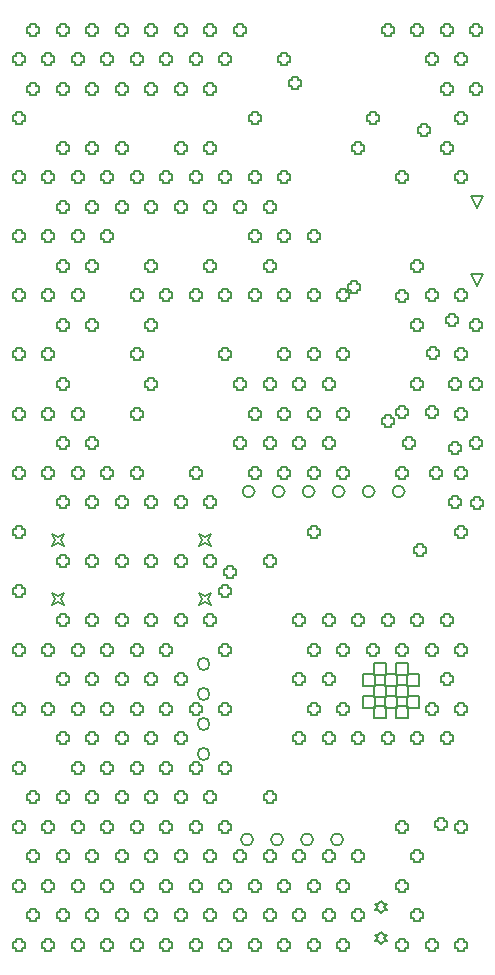
<source format=gbr>
%TF.GenerationSoftware,Altium Limited,Altium Designer,25.7.1 (20)*%
G04 Layer_Color=2752767*
%FSLAX45Y45*%
%MOMM*%
%TF.SameCoordinates,81D67EAA-D314-4BFC-ACE0-956B7E053A61*%
%TF.FilePolarity,Positive*%
%TF.FileFunction,Drawing*%
%TF.Part,Single*%
G01*
G75*
%TA.AperFunction,NonConductor*%
%ADD48C,0.12700*%
%ADD96C,0.16933*%
D48*
X14030800Y7628700D02*
X14056200Y7679500D01*
X14030800Y7730300D01*
X14081599Y7704900D01*
X14132401Y7730300D01*
X14107001Y7679500D01*
X14132401Y7628700D01*
X14081599Y7654100D01*
X14030800Y7628700D01*
X15280800D02*
X15306200Y7679500D01*
X15280800Y7730300D01*
X15331599Y7704900D01*
X15382401Y7730300D01*
X15357001Y7679500D01*
X15382401Y7628700D01*
X15331599Y7654100D01*
X15280800Y7628700D01*
Y7128701D02*
X15306200Y7179501D01*
X15280800Y7230301D01*
X15331599Y7204901D01*
X15382401Y7230301D01*
X15357001Y7179501D01*
X15382401Y7128701D01*
X15331599Y7154101D01*
X15280800Y7128701D01*
X14030800D02*
X14056200Y7179501D01*
X14030800Y7230301D01*
X14081599Y7204901D01*
X14132401Y7230301D01*
X14107001Y7179501D01*
X14132401Y7128701D01*
X14081599Y7154101D01*
X14030800Y7128701D01*
X16820341Y4521200D02*
X16845741Y4546600D01*
X16871143D01*
X16845741Y4572000D01*
X16871143Y4597400D01*
X16845741D01*
X16820341Y4622800D01*
X16794942Y4597400D01*
X16769542D01*
X16794942Y4572000D01*
X16769542Y4546600D01*
X16794942D01*
X16820341Y4521200D01*
Y4254500D02*
X16845741Y4279900D01*
X16871143D01*
X16845741Y4305300D01*
X16871143Y4330700D01*
X16845741D01*
X16820341Y4356100D01*
X16794942Y4330700D01*
X16769542D01*
X16794942Y4305300D01*
X16769542Y4279900D01*
X16794942D01*
X16820341Y4254500D01*
X17627600Y9829998D02*
X17576801Y9931598D01*
X17678400D01*
X17627600Y9829998D01*
Y10490002D02*
X17576801Y10591602D01*
X17678400D01*
X17627600Y10490002D01*
X16668700Y6444249D02*
Y6545849D01*
X16770299D01*
Y6444249D01*
X16668700D01*
Y6260749D02*
Y6362349D01*
X16770299D01*
Y6260749D01*
X16668700D01*
X16760449Y6535999D02*
Y6637599D01*
X16862048D01*
Y6535999D01*
X16760449D01*
Y6352499D02*
Y6454099D01*
X16862048D01*
Y6352499D01*
X16760449D01*
Y6169000D02*
Y6270600D01*
X16862048D01*
Y6169000D01*
X16760449D01*
X16852199Y6444249D02*
Y6545849D01*
X16953799D01*
Y6444249D01*
X16852199D01*
Y6260749D02*
Y6362349D01*
X16953799D01*
Y6260749D01*
X16852199D01*
X16943948Y6535999D02*
Y6637599D01*
X17045549D01*
Y6535999D01*
X16943948D01*
Y6352499D02*
Y6454099D01*
X17045549D01*
Y6352499D01*
X16943948D01*
Y6169000D02*
Y6270600D01*
X17045549D01*
Y6169000D01*
X16943948D01*
X17035699Y6444249D02*
Y6545849D01*
X17137299D01*
Y6444249D01*
X17035699D01*
Y6260749D02*
Y6362349D01*
X17137299D01*
Y6260749D01*
X17035699D01*
X17258099Y8224600D02*
Y8199200D01*
X17308900D01*
Y8224600D01*
X17334300D01*
Y8275400D01*
X17308900D01*
Y8300800D01*
X17258099D01*
Y8275400D01*
X17232700D01*
Y8224600D01*
X17258099D01*
X17119600Y7569200D02*
Y7543800D01*
X17170399D01*
Y7569200D01*
X17195799D01*
Y7620000D01*
X17170399D01*
Y7645400D01*
X17119600D01*
Y7620000D01*
X17094200D01*
Y7569200D01*
X17119600D01*
X16560800Y9791700D02*
Y9766300D01*
X16611600D01*
Y9791700D01*
X16637000D01*
Y9842500D01*
X16611600D01*
Y9867900D01*
X16560800D01*
Y9842500D01*
X16535400D01*
Y9791700D01*
X16560800D01*
X16974602Y9716700D02*
Y9691300D01*
X17025401D01*
Y9716700D01*
X17050801D01*
Y9767500D01*
X17025401D01*
Y9792900D01*
X16974602D01*
Y9767500D01*
X16949200D01*
Y9716700D01*
X16974602D01*
X17395383Y9520383D02*
Y9494983D01*
X17446182D01*
Y9520383D01*
X17471584D01*
Y9571183D01*
X17446182D01*
Y9596583D01*
X17395383D01*
Y9571183D01*
X17369983D01*
Y9520383D01*
X17395383D01*
X17099602Y9474600D02*
Y9449200D01*
X17150401D01*
Y9474600D01*
X17175801D01*
Y9525400D01*
X17150401D01*
Y9550800D01*
X17099602D01*
Y9525400D01*
X17074200D01*
Y9474600D01*
X17099602D01*
X17235632Y9235633D02*
Y9210233D01*
X17286433D01*
Y9235633D01*
X17311833D01*
Y9286433D01*
X17286433D01*
Y9311833D01*
X17235632D01*
Y9286433D01*
X17210233D01*
Y9235633D01*
X17235632D01*
X17423199Y7974600D02*
Y7949200D01*
X17474001D01*
Y7974600D01*
X17499400D01*
Y8025400D01*
X17474001D01*
Y8050800D01*
X17423199D01*
Y8025400D01*
X17397800D01*
Y7974600D01*
X17423199D01*
Y8431716D02*
Y8406316D01*
X17474001D01*
Y8431716D01*
X17499400D01*
Y8482516D01*
X17474001D01*
Y8507916D01*
X17423199D01*
Y8482516D01*
X17397800D01*
Y8431716D01*
X17423199D01*
Y8974600D02*
Y8949200D01*
X17474001D01*
Y8974600D01*
X17499400D01*
Y9025400D01*
X17474001D01*
Y9050800D01*
X17423199D01*
Y9025400D01*
X17397800D01*
Y8974600D01*
X17423199D01*
X17474602Y7724600D02*
Y7699200D01*
X17525401D01*
Y7724600D01*
X17550801D01*
Y7775400D01*
X17525401D01*
Y7800800D01*
X17474602D01*
Y7775400D01*
X17449200D01*
Y7724600D01*
X17474602D01*
Y8224600D02*
Y8199200D01*
X17525401D01*
Y8224600D01*
X17550801D01*
Y8275400D01*
X17525401D01*
Y8300800D01*
X17474602D01*
Y8275400D01*
X17449200D01*
Y8224600D01*
X17474602D01*
Y8724600D02*
Y8699200D01*
X17525401D01*
Y8724600D01*
X17550801D01*
Y8775400D01*
X17525401D01*
Y8800800D01*
X17474602D01*
Y8775400D01*
X17449200D01*
Y8724600D01*
X17474602D01*
X17224602Y8736400D02*
Y8711000D01*
X17275401D01*
Y8736400D01*
X17300801D01*
Y8787200D01*
X17275401D01*
Y8812600D01*
X17224602D01*
Y8787200D01*
X17199200D01*
Y8736400D01*
X17224602D01*
X17099602Y8974600D02*
Y8949200D01*
X17150401D01*
Y8974600D01*
X17175801D01*
Y9025400D01*
X17150401D01*
Y9050800D01*
X17099602D01*
Y9025400D01*
X17074200D01*
Y8974600D01*
X17099602D01*
X17031870Y8474600D02*
Y8449200D01*
X17082671D01*
Y8474600D01*
X17108070D01*
Y8525400D01*
X17082671D01*
Y8550800D01*
X17031870D01*
Y8525400D01*
X17006470D01*
Y8474600D01*
X17031870D01*
X16974602Y8224600D02*
Y8199200D01*
X17025401D01*
Y8224600D01*
X17050801D01*
Y8275400D01*
X17025401D01*
Y8300800D01*
X16974602D01*
Y8275400D01*
X16949200D01*
Y8224600D01*
X16974602D01*
Y8736400D02*
Y8711000D01*
X17025401D01*
Y8736400D01*
X17050801D01*
Y8787200D01*
X17025401D01*
Y8812600D01*
X16974602D01*
Y8787200D01*
X16949200D01*
Y8736400D01*
X16974602D01*
X16852901Y8661400D02*
Y8636000D01*
X16903700D01*
Y8661400D01*
X16929100D01*
Y8712200D01*
X16903700D01*
Y8737600D01*
X16852901D01*
Y8712200D01*
X16827499D01*
Y8661400D01*
X16852901D01*
X17603123Y7971077D02*
Y7945677D01*
X17653923D01*
Y7971077D01*
X17679323D01*
Y8021877D01*
X17653923D01*
Y8047277D01*
X17603123D01*
Y8021877D01*
X17577724D01*
Y7971077D01*
X17603123D01*
X17599602Y8474600D02*
Y8449200D01*
X17650401D01*
Y8474600D01*
X17675801D01*
Y8525400D01*
X17650401D01*
Y8550800D01*
X17599602D01*
Y8525400D01*
X17574200D01*
Y8474600D01*
X17599602D01*
Y11974600D02*
Y11949200D01*
X17650401D01*
Y11974600D01*
X17675801D01*
Y12025400D01*
X17650401D01*
Y12050800D01*
X17599602D01*
Y12025400D01*
X17574200D01*
Y11974600D01*
X17599602D01*
X17474602Y11724600D02*
Y11699200D01*
X17525401D01*
Y11724600D01*
X17550801D01*
Y11775400D01*
X17525401D01*
Y11800800D01*
X17474602D01*
Y11775400D01*
X17449200D01*
Y11724600D01*
X17474602D01*
X17599602Y11474600D02*
Y11449200D01*
X17650401D01*
Y11474600D01*
X17675801D01*
Y11525400D01*
X17650401D01*
Y11550800D01*
X17599602D01*
Y11525400D01*
X17574200D01*
Y11474600D01*
X17599602D01*
X17474602Y11224600D02*
Y11199200D01*
X17525401D01*
Y11224600D01*
X17550801D01*
Y11275400D01*
X17525401D01*
Y11300800D01*
X17474602D01*
Y11275400D01*
X17449200D01*
Y11224600D01*
X17474602D01*
Y10724600D02*
Y10699200D01*
X17525401D01*
Y10724600D01*
X17550801D01*
Y10775400D01*
X17525401D01*
Y10800800D01*
X17474602D01*
Y10775400D01*
X17449200D01*
Y10724600D01*
X17474602D01*
Y9724600D02*
Y9699200D01*
X17525401D01*
Y9724600D01*
X17550801D01*
Y9775400D01*
X17525401D01*
Y9800800D01*
X17474602D01*
Y9775400D01*
X17449200D01*
Y9724600D01*
X17474602D01*
X17599602Y9474600D02*
Y9449200D01*
X17650401D01*
Y9474600D01*
X17675801D01*
Y9525400D01*
X17650401D01*
Y9550800D01*
X17599602D01*
Y9525400D01*
X17574200D01*
Y9474600D01*
X17599602D01*
X17474602Y9224600D02*
Y9199200D01*
X17525401D01*
Y9224600D01*
X17550801D01*
Y9275400D01*
X17525401D01*
Y9300800D01*
X17474602D01*
Y9275400D01*
X17449200D01*
Y9224600D01*
X17474602D01*
X17599602Y8974600D02*
Y8949200D01*
X17650401D01*
Y8974600D01*
X17675801D01*
Y9025400D01*
X17650401D01*
Y9050800D01*
X17599602D01*
Y9025400D01*
X17574200D01*
Y8974600D01*
X17599602D01*
X17474602Y6724600D02*
Y6699200D01*
X17525401D01*
Y6724600D01*
X17550801D01*
Y6775400D01*
X17525401D01*
Y6800800D01*
X17474602D01*
Y6775400D01*
X17449200D01*
Y6724600D01*
X17474602D01*
Y6224600D02*
Y6199200D01*
X17525401D01*
Y6224600D01*
X17550801D01*
Y6275400D01*
X17525401D01*
Y6300800D01*
X17474602D01*
Y6275400D01*
X17449200D01*
Y6224600D01*
X17474602D01*
Y5224600D02*
Y5199200D01*
X17525401D01*
Y5224600D01*
X17550801D01*
Y5275400D01*
X17525401D01*
Y5300800D01*
X17474602D01*
Y5275400D01*
X17449200D01*
Y5224600D01*
X17474602D01*
Y4224600D02*
Y4199200D01*
X17525401D01*
Y4224600D01*
X17550801D01*
Y4275400D01*
X17525401D01*
Y4300800D01*
X17474602D01*
Y4275400D01*
X17449200D01*
Y4224600D01*
X17474602D01*
X17349602Y11974600D02*
Y11949200D01*
X17400401D01*
Y11974600D01*
X17425801D01*
Y12025400D01*
X17400401D01*
Y12050800D01*
X17349602D01*
Y12025400D01*
X17324200D01*
Y11974600D01*
X17349602D01*
X17224602Y11724600D02*
Y11699200D01*
X17275401D01*
Y11724600D01*
X17300801D01*
Y11775400D01*
X17275401D01*
Y11800800D01*
X17224602D01*
Y11775400D01*
X17199200D01*
Y11724600D01*
X17224602D01*
X17349602Y11474600D02*
Y11449200D01*
X17400401D01*
Y11474600D01*
X17425801D01*
Y11525400D01*
X17400401D01*
Y11550800D01*
X17349602D01*
Y11525400D01*
X17324200D01*
Y11474600D01*
X17349602D01*
Y10974600D02*
Y10949200D01*
X17400401D01*
Y10974600D01*
X17425801D01*
Y11025400D01*
X17400401D01*
Y11050800D01*
X17349602D01*
Y11025400D01*
X17324200D01*
Y10974600D01*
X17349602D01*
X17224602Y9724600D02*
Y9699200D01*
X17275401D01*
Y9724600D01*
X17300801D01*
Y9775400D01*
X17275401D01*
Y9800800D01*
X17224602D01*
Y9775400D01*
X17199200D01*
Y9724600D01*
X17224602D01*
X17349602Y6974600D02*
Y6949200D01*
X17400401D01*
Y6974600D01*
X17425801D01*
Y7025400D01*
X17400401D01*
Y7050800D01*
X17349602D01*
Y7025400D01*
X17324200D01*
Y6974600D01*
X17349602D01*
X17224602Y6724600D02*
Y6699200D01*
X17275401D01*
Y6724600D01*
X17300801D01*
Y6775400D01*
X17275401D01*
Y6800800D01*
X17224602D01*
Y6775400D01*
X17199200D01*
Y6724600D01*
X17224602D01*
X17349602Y6474600D02*
Y6449200D01*
X17400401D01*
Y6474600D01*
X17425801D01*
Y6525400D01*
X17400401D01*
Y6550800D01*
X17349602D01*
Y6525400D01*
X17324200D01*
Y6474600D01*
X17349602D01*
X17224602Y6224600D02*
Y6199200D01*
X17275401D01*
Y6224600D01*
X17300801D01*
Y6275400D01*
X17275401D01*
Y6300800D01*
X17224602D01*
Y6275400D01*
X17199200D01*
Y6224600D01*
X17224602D01*
X17349602Y5974600D02*
Y5949200D01*
X17400401D01*
Y5974600D01*
X17425801D01*
Y6025400D01*
X17400401D01*
Y6050800D01*
X17349602D01*
Y6025400D01*
X17324200D01*
Y5974600D01*
X17349602D01*
X17224602Y4224600D02*
Y4199200D01*
X17275401D01*
Y4224600D01*
X17300801D01*
Y4275400D01*
X17275401D01*
Y4300800D01*
X17224602D01*
Y4275400D01*
X17199200D01*
Y4224600D01*
X17224602D01*
X17099602Y11974600D02*
Y11949200D01*
X17150401D01*
Y11974600D01*
X17175801D01*
Y12025400D01*
X17150401D01*
Y12050800D01*
X17099602D01*
Y12025400D01*
X17074200D01*
Y11974600D01*
X17099602D01*
X16974602Y10724600D02*
Y10699200D01*
X17025401D01*
Y10724600D01*
X17050801D01*
Y10775400D01*
X17025401D01*
Y10800800D01*
X16974602D01*
Y10775400D01*
X16949200D01*
Y10724600D01*
X16974602D01*
X17099602Y9974600D02*
Y9949200D01*
X17150401D01*
Y9974600D01*
X17175801D01*
Y10025400D01*
X17150401D01*
Y10050800D01*
X17099602D01*
Y10025400D01*
X17074200D01*
Y9974600D01*
X17099602D01*
Y6974600D02*
Y6949200D01*
X17150401D01*
Y6974600D01*
X17175801D01*
Y7025400D01*
X17150401D01*
Y7050800D01*
X17099602D01*
Y7025400D01*
X17074200D01*
Y6974600D01*
X17099602D01*
X16974602Y6724600D02*
Y6699200D01*
X17025401D01*
Y6724600D01*
X17050801D01*
Y6775400D01*
X17025401D01*
Y6800800D01*
X16974602D01*
Y6775400D01*
X16949200D01*
Y6724600D01*
X16974602D01*
X17099602Y5974600D02*
Y5949200D01*
X17150401D01*
Y5974600D01*
X17175801D01*
Y6025400D01*
X17150401D01*
Y6050800D01*
X17099602D01*
Y6025400D01*
X17074200D01*
Y5974600D01*
X17099602D01*
X16974602Y5224600D02*
Y5199200D01*
X17025401D01*
Y5224600D01*
X17050801D01*
Y5275400D01*
X17025401D01*
Y5300800D01*
X16974602D01*
Y5275400D01*
X16949200D01*
Y5224600D01*
X16974602D01*
X17099602Y4974600D02*
Y4949200D01*
X17150401D01*
Y4974600D01*
X17175801D01*
Y5025400D01*
X17150401D01*
Y5050800D01*
X17099602D01*
Y5025400D01*
X17074200D01*
Y4974600D01*
X17099602D01*
X16974602Y4724600D02*
Y4699200D01*
X17025401D01*
Y4724600D01*
X17050801D01*
Y4775400D01*
X17025401D01*
Y4800800D01*
X16974602D01*
Y4775400D01*
X16949200D01*
Y4724600D01*
X16974602D01*
X17099602Y4474600D02*
Y4449200D01*
X17150401D01*
Y4474600D01*
X17175801D01*
Y4525400D01*
X17150401D01*
Y4550800D01*
X17099602D01*
Y4525400D01*
X17074200D01*
Y4474600D01*
X17099602D01*
X16974602Y4224600D02*
Y4199200D01*
X17025401D01*
Y4224600D01*
X17050801D01*
Y4275400D01*
X17025401D01*
Y4300800D01*
X16974602D01*
Y4275400D01*
X16949200D01*
Y4224600D01*
X16974602D01*
X16849602Y11974600D02*
Y11949200D01*
X16900401D01*
Y11974600D01*
X16925801D01*
Y12025400D01*
X16900401D01*
Y12050800D01*
X16849602D01*
Y12025400D01*
X16824200D01*
Y11974600D01*
X16849602D01*
X16724602Y11224600D02*
Y11199200D01*
X16775401D01*
Y11224600D01*
X16800801D01*
Y11275400D01*
X16775401D01*
Y11300800D01*
X16724602D01*
Y11275400D01*
X16699200D01*
Y11224600D01*
X16724602D01*
X16849602Y6974600D02*
Y6949200D01*
X16900401D01*
Y6974600D01*
X16925801D01*
Y7025400D01*
X16900401D01*
Y7050800D01*
X16849602D01*
Y7025400D01*
X16824200D01*
Y6974600D01*
X16849602D01*
X16724602Y6724600D02*
Y6699200D01*
X16775401D01*
Y6724600D01*
X16800801D01*
Y6775400D01*
X16775401D01*
Y6800800D01*
X16724602D01*
Y6775400D01*
X16699200D01*
Y6724600D01*
X16724602D01*
X16849602Y5974600D02*
Y5949200D01*
X16900401D01*
Y5974600D01*
X16925801D01*
Y6025400D01*
X16900401D01*
Y6050800D01*
X16849602D01*
Y6025400D01*
X16824200D01*
Y5974600D01*
X16849602D01*
X16599602Y10974600D02*
Y10949200D01*
X16650401D01*
Y10974600D01*
X16675801D01*
Y11025400D01*
X16650401D01*
Y11050800D01*
X16599602D01*
Y11025400D01*
X16574200D01*
Y10974600D01*
X16599602D01*
X16474602Y9724600D02*
Y9699200D01*
X16525401D01*
Y9724600D01*
X16550801D01*
Y9775400D01*
X16525401D01*
Y9800800D01*
X16474602D01*
Y9775400D01*
X16449200D01*
Y9724600D01*
X16474602D01*
Y9224600D02*
Y9199200D01*
X16525401D01*
Y9224600D01*
X16550801D01*
Y9275400D01*
X16525401D01*
Y9300800D01*
X16474602D01*
Y9275400D01*
X16449200D01*
Y9224600D01*
X16474602D01*
Y8724600D02*
Y8699200D01*
X16525401D01*
Y8724600D01*
X16550801D01*
Y8775400D01*
X16525401D01*
Y8800800D01*
X16474602D01*
Y8775400D01*
X16449200D01*
Y8724600D01*
X16474602D01*
Y8224600D02*
Y8199200D01*
X16525401D01*
Y8224600D01*
X16550801D01*
Y8275400D01*
X16525401D01*
Y8300800D01*
X16474602D01*
Y8275400D01*
X16449200D01*
Y8224600D01*
X16474602D01*
X16599602Y6974600D02*
Y6949200D01*
X16650401D01*
Y6974600D01*
X16675801D01*
Y7025400D01*
X16650401D01*
Y7050800D01*
X16599602D01*
Y7025400D01*
X16574200D01*
Y6974600D01*
X16599602D01*
X16474602Y6724600D02*
Y6699200D01*
X16525401D01*
Y6724600D01*
X16550801D01*
Y6775400D01*
X16525401D01*
Y6800800D01*
X16474602D01*
Y6775400D01*
X16449200D01*
Y6724600D01*
X16474602D01*
Y6224600D02*
Y6199200D01*
X16525401D01*
Y6224600D01*
X16550801D01*
Y6275400D01*
X16525401D01*
Y6300800D01*
X16474602D01*
Y6275400D01*
X16449200D01*
Y6224600D01*
X16474602D01*
X16599602Y5974600D02*
Y5949200D01*
X16650401D01*
Y5974600D01*
X16675801D01*
Y6025400D01*
X16650401D01*
Y6050800D01*
X16599602D01*
Y6025400D01*
X16574200D01*
Y5974600D01*
X16599602D01*
Y4974600D02*
Y4949200D01*
X16650401D01*
Y4974600D01*
X16675801D01*
Y5025400D01*
X16650401D01*
Y5050800D01*
X16599602D01*
Y5025400D01*
X16574200D01*
Y4974600D01*
X16599602D01*
X16474602Y4724600D02*
Y4699200D01*
X16525401D01*
Y4724600D01*
X16550801D01*
Y4775400D01*
X16525401D01*
Y4800800D01*
X16474602D01*
Y4775400D01*
X16449200D01*
Y4724600D01*
X16474602D01*
X16599602Y4474600D02*
Y4449200D01*
X16650401D01*
Y4474600D01*
X16675801D01*
Y4525400D01*
X16650401D01*
Y4550800D01*
X16599602D01*
Y4525400D01*
X16574200D01*
Y4474600D01*
X16599602D01*
X16474602Y4224600D02*
Y4199200D01*
X16525401D01*
Y4224600D01*
X16550801D01*
Y4275400D01*
X16525401D01*
Y4300800D01*
X16474602D01*
Y4275400D01*
X16449200D01*
Y4224600D01*
X16474602D01*
X16224602Y10224600D02*
Y10199200D01*
X16275401D01*
Y10224600D01*
X16300801D01*
Y10275400D01*
X16275401D01*
Y10300800D01*
X16224602D01*
Y10275400D01*
X16199200D01*
Y10224600D01*
X16224602D01*
Y9724600D02*
Y9699200D01*
X16275401D01*
Y9724600D01*
X16300801D01*
Y9775400D01*
X16275401D01*
Y9800800D01*
X16224602D01*
Y9775400D01*
X16199200D01*
Y9724600D01*
X16224602D01*
Y9224600D02*
Y9199200D01*
X16275401D01*
Y9224600D01*
X16300801D01*
Y9275400D01*
X16275401D01*
Y9300800D01*
X16224602D01*
Y9275400D01*
X16199200D01*
Y9224600D01*
X16224602D01*
X16349602Y8974600D02*
Y8949200D01*
X16400401D01*
Y8974600D01*
X16425801D01*
Y9025400D01*
X16400401D01*
Y9050800D01*
X16349602D01*
Y9025400D01*
X16324200D01*
Y8974600D01*
X16349602D01*
X16224602Y8724600D02*
Y8699200D01*
X16275401D01*
Y8724600D01*
X16300801D01*
Y8775400D01*
X16275401D01*
Y8800800D01*
X16224602D01*
Y8775400D01*
X16199200D01*
Y8724600D01*
X16224602D01*
X16349602Y8474600D02*
Y8449200D01*
X16400401D01*
Y8474600D01*
X16425801D01*
Y8525400D01*
X16400401D01*
Y8550800D01*
X16349602D01*
Y8525400D01*
X16324200D01*
Y8474600D01*
X16349602D01*
X16224602Y8224600D02*
Y8199200D01*
X16275401D01*
Y8224600D01*
X16300801D01*
Y8275400D01*
X16275401D01*
Y8300800D01*
X16224602D01*
Y8275400D01*
X16199200D01*
Y8224600D01*
X16224602D01*
Y7724600D02*
Y7699200D01*
X16275401D01*
Y7724600D01*
X16300801D01*
Y7775400D01*
X16275401D01*
Y7800800D01*
X16224602D01*
Y7775400D01*
X16199200D01*
Y7724600D01*
X16224602D01*
X16349602Y6974600D02*
Y6949200D01*
X16400401D01*
Y6974600D01*
X16425801D01*
Y7025400D01*
X16400401D01*
Y7050800D01*
X16349602D01*
Y7025400D01*
X16324200D01*
Y6974600D01*
X16349602D01*
X16224602Y6724600D02*
Y6699200D01*
X16275401D01*
Y6724600D01*
X16300801D01*
Y6775400D01*
X16275401D01*
Y6800800D01*
X16224602D01*
Y6775400D01*
X16199200D01*
Y6724600D01*
X16224602D01*
X16349602Y6474600D02*
Y6449200D01*
X16400401D01*
Y6474600D01*
X16425801D01*
Y6525400D01*
X16400401D01*
Y6550800D01*
X16349602D01*
Y6525400D01*
X16324200D01*
Y6474600D01*
X16349602D01*
X16224602Y6224600D02*
Y6199200D01*
X16275401D01*
Y6224600D01*
X16300801D01*
Y6275400D01*
X16275401D01*
Y6300800D01*
X16224602D01*
Y6275400D01*
X16199200D01*
Y6224600D01*
X16224602D01*
X16349602Y5974600D02*
Y5949200D01*
X16400401D01*
Y5974600D01*
X16425801D01*
Y6025400D01*
X16400401D01*
Y6050800D01*
X16349602D01*
Y6025400D01*
X16324200D01*
Y5974600D01*
X16349602D01*
Y4974600D02*
Y4949200D01*
X16400401D01*
Y4974600D01*
X16425801D01*
Y5025400D01*
X16400401D01*
Y5050800D01*
X16349602D01*
Y5025400D01*
X16324200D01*
Y4974600D01*
X16349602D01*
X16224602Y4724600D02*
Y4699200D01*
X16275401D01*
Y4724600D01*
X16300801D01*
Y4775400D01*
X16275401D01*
Y4800800D01*
X16224602D01*
Y4775400D01*
X16199200D01*
Y4724600D01*
X16224602D01*
X16349602Y4474600D02*
Y4449200D01*
X16400401D01*
Y4474600D01*
X16425801D01*
Y4525400D01*
X16400401D01*
Y4550800D01*
X16349602D01*
Y4525400D01*
X16324200D01*
Y4474600D01*
X16349602D01*
X16224602Y4224600D02*
Y4199200D01*
X16275401D01*
Y4224600D01*
X16300801D01*
Y4275400D01*
X16275401D01*
Y4300800D01*
X16224602D01*
Y4275400D01*
X16199200D01*
Y4224600D01*
X16224602D01*
X15974602Y11724600D02*
Y11699200D01*
X16025401D01*
Y11724600D01*
X16050801D01*
Y11775400D01*
X16025401D01*
Y11800800D01*
X15974602D01*
Y11775400D01*
X15949200D01*
Y11724600D01*
X15974602D01*
Y10724600D02*
Y10699200D01*
X16025401D01*
Y10724600D01*
X16050801D01*
Y10775400D01*
X16025401D01*
Y10800800D01*
X15974602D01*
Y10775400D01*
X15949200D01*
Y10724600D01*
X15974602D01*
Y10224600D02*
Y10199200D01*
X16025401D01*
Y10224600D01*
X16050801D01*
Y10275400D01*
X16025401D01*
Y10300800D01*
X15974602D01*
Y10275400D01*
X15949200D01*
Y10224600D01*
X15974602D01*
Y9724600D02*
Y9699200D01*
X16025401D01*
Y9724600D01*
X16050801D01*
Y9775400D01*
X16025401D01*
Y9800800D01*
X15974602D01*
Y9775400D01*
X15949200D01*
Y9724600D01*
X15974602D01*
Y9224600D02*
Y9199200D01*
X16025401D01*
Y9224600D01*
X16050801D01*
Y9275400D01*
X16025401D01*
Y9300800D01*
X15974602D01*
Y9275400D01*
X15949200D01*
Y9224600D01*
X15974602D01*
X16099602Y8974600D02*
Y8949200D01*
X16150401D01*
Y8974600D01*
X16175801D01*
Y9025400D01*
X16150401D01*
Y9050800D01*
X16099602D01*
Y9025400D01*
X16074200D01*
Y8974600D01*
X16099602D01*
X15974602Y8724600D02*
Y8699200D01*
X16025401D01*
Y8724600D01*
X16050801D01*
Y8775400D01*
X16025401D01*
Y8800800D01*
X15974602D01*
Y8775400D01*
X15949200D01*
Y8724600D01*
X15974602D01*
X16099602Y8474600D02*
Y8449200D01*
X16150401D01*
Y8474600D01*
X16175801D01*
Y8525400D01*
X16150401D01*
Y8550800D01*
X16099602D01*
Y8525400D01*
X16074200D01*
Y8474600D01*
X16099602D01*
X15974602Y8224600D02*
Y8199200D01*
X16025401D01*
Y8224600D01*
X16050801D01*
Y8275400D01*
X16025401D01*
Y8300800D01*
X15974602D01*
Y8275400D01*
X15949200D01*
Y8224600D01*
X15974602D01*
X16099602Y6974600D02*
Y6949200D01*
X16150401D01*
Y6974600D01*
X16175801D01*
Y7025400D01*
X16150401D01*
Y7050800D01*
X16099602D01*
Y7025400D01*
X16074200D01*
Y6974600D01*
X16099602D01*
Y6474600D02*
Y6449200D01*
X16150401D01*
Y6474600D01*
X16175801D01*
Y6525400D01*
X16150401D01*
Y6550800D01*
X16099602D01*
Y6525400D01*
X16074200D01*
Y6474600D01*
X16099602D01*
Y5974600D02*
Y5949200D01*
X16150401D01*
Y5974600D01*
X16175801D01*
Y6025400D01*
X16150401D01*
Y6050800D01*
X16099602D01*
Y6025400D01*
X16074200D01*
Y5974600D01*
X16099602D01*
Y4974600D02*
Y4949200D01*
X16150401D01*
Y4974600D01*
X16175801D01*
Y5025400D01*
X16150401D01*
Y5050800D01*
X16099602D01*
Y5025400D01*
X16074200D01*
Y4974600D01*
X16099602D01*
X15974602Y4724600D02*
Y4699200D01*
X16025401D01*
Y4724600D01*
X16050801D01*
Y4775400D01*
X16025401D01*
Y4800800D01*
X15974602D01*
Y4775400D01*
X15949200D01*
Y4724600D01*
X15974602D01*
X16099602Y4474600D02*
Y4449200D01*
X16150401D01*
Y4474600D01*
X16175801D01*
Y4525400D01*
X16150401D01*
Y4550800D01*
X16099602D01*
Y4525400D01*
X16074200D01*
Y4474600D01*
X16099602D01*
X15974602Y4224600D02*
Y4199200D01*
X16025401D01*
Y4224600D01*
X16050801D01*
Y4275400D01*
X16025401D01*
Y4300800D01*
X15974602D01*
Y4275400D01*
X15949200D01*
Y4224600D01*
X15974602D01*
X15724602Y11224600D02*
Y11199200D01*
X15775401D01*
Y11224600D01*
X15800801D01*
Y11275400D01*
X15775401D01*
Y11300800D01*
X15724602D01*
Y11275400D01*
X15699200D01*
Y11224600D01*
X15724602D01*
Y10724600D02*
Y10699200D01*
X15775401D01*
Y10724600D01*
X15800801D01*
Y10775400D01*
X15775401D01*
Y10800800D01*
X15724602D01*
Y10775400D01*
X15699200D01*
Y10724600D01*
X15724602D01*
X15849602Y10474600D02*
Y10449200D01*
X15900401D01*
Y10474600D01*
X15925801D01*
Y10525400D01*
X15900401D01*
Y10550800D01*
X15849602D01*
Y10525400D01*
X15824200D01*
Y10474600D01*
X15849602D01*
X15724602Y10224600D02*
Y10199200D01*
X15775401D01*
Y10224600D01*
X15800801D01*
Y10275400D01*
X15775401D01*
Y10300800D01*
X15724602D01*
Y10275400D01*
X15699200D01*
Y10224600D01*
X15724602D01*
X15849602Y9974600D02*
Y9949200D01*
X15900401D01*
Y9974600D01*
X15925801D01*
Y10025400D01*
X15900401D01*
Y10050800D01*
X15849602D01*
Y10025400D01*
X15824200D01*
Y9974600D01*
X15849602D01*
X15724602Y9724600D02*
Y9699200D01*
X15775401D01*
Y9724600D01*
X15800801D01*
Y9775400D01*
X15775401D01*
Y9800800D01*
X15724602D01*
Y9775400D01*
X15699200D01*
Y9724600D01*
X15724602D01*
X15849602Y8974600D02*
Y8949200D01*
X15900401D01*
Y8974600D01*
X15925801D01*
Y9025400D01*
X15900401D01*
Y9050800D01*
X15849602D01*
Y9025400D01*
X15824200D01*
Y8974600D01*
X15849602D01*
X15724602Y8724600D02*
Y8699200D01*
X15775401D01*
Y8724600D01*
X15800801D01*
Y8775400D01*
X15775401D01*
Y8800800D01*
X15724602D01*
Y8775400D01*
X15699200D01*
Y8724600D01*
X15724602D01*
X15849602Y8474600D02*
Y8449200D01*
X15900401D01*
Y8474600D01*
X15925801D01*
Y8525400D01*
X15900401D01*
Y8550800D01*
X15849602D01*
Y8525400D01*
X15824200D01*
Y8474600D01*
X15849602D01*
X15724602Y8224600D02*
Y8199200D01*
X15775401D01*
Y8224600D01*
X15800801D01*
Y8275400D01*
X15775401D01*
Y8300800D01*
X15724602D01*
Y8275400D01*
X15699200D01*
Y8224600D01*
X15724602D01*
X15849602Y7474600D02*
Y7449200D01*
X15900401D01*
Y7474600D01*
X15925801D01*
Y7525400D01*
X15900401D01*
Y7550800D01*
X15849602D01*
Y7525400D01*
X15824200D01*
Y7474600D01*
X15849602D01*
Y5474600D02*
Y5449200D01*
X15900401D01*
Y5474600D01*
X15925801D01*
Y5525400D01*
X15900401D01*
Y5550800D01*
X15849602D01*
Y5525400D01*
X15824200D01*
Y5474600D01*
X15849602D01*
Y4974600D02*
Y4949200D01*
X15900401D01*
Y4974600D01*
X15925801D01*
Y5025400D01*
X15900401D01*
Y5050800D01*
X15849602D01*
Y5025400D01*
X15824200D01*
Y4974600D01*
X15849602D01*
X15724602Y4724600D02*
Y4699200D01*
X15775401D01*
Y4724600D01*
X15800801D01*
Y4775400D01*
X15775401D01*
Y4800800D01*
X15724602D01*
Y4775400D01*
X15699200D01*
Y4724600D01*
X15724602D01*
X15849602Y4474600D02*
Y4449200D01*
X15900401D01*
Y4474600D01*
X15925801D01*
Y4525400D01*
X15900401D01*
Y4550800D01*
X15849602D01*
Y4525400D01*
X15824200D01*
Y4474600D01*
X15849602D01*
X15724602Y4224600D02*
Y4199200D01*
X15775401D01*
Y4224600D01*
X15800801D01*
Y4275400D01*
X15775401D01*
Y4300800D01*
X15724602D01*
Y4275400D01*
X15699200D01*
Y4224600D01*
X15724602D01*
X15599600Y11974600D02*
Y11949200D01*
X15650401D01*
Y11974600D01*
X15675800D01*
Y12025400D01*
X15650401D01*
Y12050800D01*
X15599600D01*
Y12025400D01*
X15574200D01*
Y11974600D01*
X15599600D01*
X15474600Y11724600D02*
Y11699200D01*
X15525400D01*
Y11724600D01*
X15550800D01*
Y11775400D01*
X15525400D01*
Y11800800D01*
X15474600D01*
Y11775400D01*
X15449200D01*
Y11724600D01*
X15474600D01*
Y10724600D02*
Y10699200D01*
X15525400D01*
Y10724600D01*
X15550800D01*
Y10775400D01*
X15525400D01*
Y10800800D01*
X15474600D01*
Y10775400D01*
X15449200D01*
Y10724600D01*
X15474600D01*
X15599600Y10474600D02*
Y10449200D01*
X15650401D01*
Y10474600D01*
X15675800D01*
Y10525400D01*
X15650401D01*
Y10550800D01*
X15599600D01*
Y10525400D01*
X15574200D01*
Y10474600D01*
X15599600D01*
X15474600Y9724600D02*
Y9699200D01*
X15525400D01*
Y9724600D01*
X15550800D01*
Y9775400D01*
X15525400D01*
Y9800800D01*
X15474600D01*
Y9775400D01*
X15449200D01*
Y9724600D01*
X15474600D01*
Y9224600D02*
Y9199200D01*
X15525400D01*
Y9224600D01*
X15550800D01*
Y9275400D01*
X15525400D01*
Y9300800D01*
X15474600D01*
Y9275400D01*
X15449200D01*
Y9224600D01*
X15474600D01*
X15599600Y8974600D02*
Y8949200D01*
X15650401D01*
Y8974600D01*
X15675800D01*
Y9025400D01*
X15650401D01*
Y9050800D01*
X15599600D01*
Y9025400D01*
X15574200D01*
Y8974600D01*
X15599600D01*
Y8474600D02*
Y8449200D01*
X15650401D01*
Y8474600D01*
X15675800D01*
Y8525400D01*
X15650401D01*
Y8550800D01*
X15599600D01*
Y8525400D01*
X15574200D01*
Y8474600D01*
X15599600D01*
X15474600Y7224600D02*
Y7199200D01*
X15525400D01*
Y7224600D01*
X15550800D01*
Y7275400D01*
X15525400D01*
Y7300800D01*
X15474600D01*
Y7275400D01*
X15449200D01*
Y7224600D01*
X15474600D01*
Y6724600D02*
Y6699200D01*
X15525400D01*
Y6724600D01*
X15550800D01*
Y6775400D01*
X15525400D01*
Y6800800D01*
X15474600D01*
Y6775400D01*
X15449200D01*
Y6724600D01*
X15474600D01*
Y6224600D02*
Y6199200D01*
X15525400D01*
Y6224600D01*
X15550800D01*
Y6275400D01*
X15525400D01*
Y6300800D01*
X15474600D01*
Y6275400D01*
X15449200D01*
Y6224600D01*
X15474600D01*
Y5724600D02*
Y5699200D01*
X15525400D01*
Y5724600D01*
X15550800D01*
Y5775400D01*
X15525400D01*
Y5800800D01*
X15474600D01*
Y5775400D01*
X15449200D01*
Y5724600D01*
X15474600D01*
Y5224600D02*
Y5199200D01*
X15525400D01*
Y5224600D01*
X15550800D01*
Y5275400D01*
X15525400D01*
Y5300800D01*
X15474600D01*
Y5275400D01*
X15449200D01*
Y5224600D01*
X15474600D01*
X15599600Y4974600D02*
Y4949200D01*
X15650401D01*
Y4974600D01*
X15675800D01*
Y5025400D01*
X15650401D01*
Y5050800D01*
X15599600D01*
Y5025400D01*
X15574200D01*
Y4974600D01*
X15599600D01*
X15474600Y4724600D02*
Y4699200D01*
X15525400D01*
Y4724600D01*
X15550800D01*
Y4775400D01*
X15525400D01*
Y4800800D01*
X15474600D01*
Y4775400D01*
X15449200D01*
Y4724600D01*
X15474600D01*
X15599600Y4474600D02*
Y4449200D01*
X15650401D01*
Y4474600D01*
X15675800D01*
Y4525400D01*
X15650401D01*
Y4550800D01*
X15599600D01*
Y4525400D01*
X15574200D01*
Y4474600D01*
X15599600D01*
X15474600Y4224600D02*
Y4199200D01*
X15525400D01*
Y4224600D01*
X15550800D01*
Y4275400D01*
X15525400D01*
Y4300800D01*
X15474600D01*
Y4275400D01*
X15449200D01*
Y4224600D01*
X15474600D01*
X15349600Y11974600D02*
Y11949200D01*
X15400400D01*
Y11974600D01*
X15425800D01*
Y12025400D01*
X15400400D01*
Y12050800D01*
X15349600D01*
Y12025400D01*
X15324200D01*
Y11974600D01*
X15349600D01*
X15224600Y11724600D02*
Y11699200D01*
X15275400D01*
Y11724600D01*
X15300800D01*
Y11775400D01*
X15275400D01*
Y11800800D01*
X15224600D01*
Y11775400D01*
X15199200D01*
Y11724600D01*
X15224600D01*
X15349600Y11474600D02*
Y11449200D01*
X15400400D01*
Y11474600D01*
X15425800D01*
Y11525400D01*
X15400400D01*
Y11550800D01*
X15349600D01*
Y11525400D01*
X15324200D01*
Y11474600D01*
X15349600D01*
Y10974600D02*
Y10949200D01*
X15400400D01*
Y10974600D01*
X15425800D01*
Y11025400D01*
X15400400D01*
Y11050800D01*
X15349600D01*
Y11025400D01*
X15324200D01*
Y10974600D01*
X15349600D01*
X15224600Y10724600D02*
Y10699200D01*
X15275400D01*
Y10724600D01*
X15300800D01*
Y10775400D01*
X15275400D01*
Y10800800D01*
X15224600D01*
Y10775400D01*
X15199200D01*
Y10724600D01*
X15224600D01*
X15349600Y10474600D02*
Y10449200D01*
X15400400D01*
Y10474600D01*
X15425800D01*
Y10525400D01*
X15400400D01*
Y10550800D01*
X15349600D01*
Y10525400D01*
X15324200D01*
Y10474600D01*
X15349600D01*
Y9974600D02*
Y9949200D01*
X15400400D01*
Y9974600D01*
X15425800D01*
Y10025400D01*
X15400400D01*
Y10050800D01*
X15349600D01*
Y10025400D01*
X15324200D01*
Y9974600D01*
X15349600D01*
X15224600Y9724600D02*
Y9699200D01*
X15275400D01*
Y9724600D01*
X15300800D01*
Y9775400D01*
X15275400D01*
Y9800800D01*
X15224600D01*
Y9775400D01*
X15199200D01*
Y9724600D01*
X15224600D01*
Y8224600D02*
Y8199200D01*
X15275400D01*
Y8224600D01*
X15300800D01*
Y8275400D01*
X15275400D01*
Y8300800D01*
X15224600D01*
Y8275400D01*
X15199200D01*
Y8224600D01*
X15224600D01*
X15349600Y7974600D02*
Y7949200D01*
X15400400D01*
Y7974600D01*
X15425800D01*
Y8025400D01*
X15400400D01*
Y8050800D01*
X15349600D01*
Y8025400D01*
X15324200D01*
Y7974600D01*
X15349600D01*
Y7474600D02*
Y7449200D01*
X15400400D01*
Y7474600D01*
X15425800D01*
Y7525400D01*
X15400400D01*
Y7550800D01*
X15349600D01*
Y7525400D01*
X15324200D01*
Y7474600D01*
X15349600D01*
Y6974600D02*
Y6949200D01*
X15400400D01*
Y6974600D01*
X15425800D01*
Y7025400D01*
X15400400D01*
Y7050800D01*
X15349600D01*
Y7025400D01*
X15324200D01*
Y6974600D01*
X15349600D01*
X15224600Y6224600D02*
Y6199200D01*
X15275400D01*
Y6224600D01*
X15300800D01*
Y6275400D01*
X15275400D01*
Y6300800D01*
X15224600D01*
Y6275400D01*
X15199200D01*
Y6224600D01*
X15224600D01*
Y5724600D02*
Y5699200D01*
X15275400D01*
Y5724600D01*
X15300800D01*
Y5775400D01*
X15275400D01*
Y5800800D01*
X15224600D01*
Y5775400D01*
X15199200D01*
Y5724600D01*
X15224600D01*
X15349600Y5474600D02*
Y5449200D01*
X15400400D01*
Y5474600D01*
X15425800D01*
Y5525400D01*
X15400400D01*
Y5550800D01*
X15349600D01*
Y5525400D01*
X15324200D01*
Y5474600D01*
X15349600D01*
X15224600Y5224600D02*
Y5199200D01*
X15275400D01*
Y5224600D01*
X15300800D01*
Y5275400D01*
X15275400D01*
Y5300800D01*
X15224600D01*
Y5275400D01*
X15199200D01*
Y5224600D01*
X15224600D01*
X15349600Y4974600D02*
Y4949200D01*
X15400400D01*
Y4974600D01*
X15425800D01*
Y5025400D01*
X15400400D01*
Y5050800D01*
X15349600D01*
Y5025400D01*
X15324200D01*
Y4974600D01*
X15349600D01*
X15224600Y4724600D02*
Y4699200D01*
X15275400D01*
Y4724600D01*
X15300800D01*
Y4775400D01*
X15275400D01*
Y4800800D01*
X15224600D01*
Y4775400D01*
X15199200D01*
Y4724600D01*
X15224600D01*
X15349600Y4474600D02*
Y4449200D01*
X15400400D01*
Y4474600D01*
X15425800D01*
Y4525400D01*
X15400400D01*
Y4550800D01*
X15349600D01*
Y4525400D01*
X15324200D01*
Y4474600D01*
X15349600D01*
X15224600Y4224600D02*
Y4199200D01*
X15275400D01*
Y4224600D01*
X15300800D01*
Y4275400D01*
X15275400D01*
Y4300800D01*
X15224600D01*
Y4275400D01*
X15199200D01*
Y4224600D01*
X15224600D01*
X15099600Y11974600D02*
Y11949200D01*
X15150400D01*
Y11974600D01*
X15175800D01*
Y12025400D01*
X15150400D01*
Y12050800D01*
X15099600D01*
Y12025400D01*
X15074200D01*
Y11974600D01*
X15099600D01*
X14974600Y11724600D02*
Y11699200D01*
X15025400D01*
Y11724600D01*
X15050800D01*
Y11775400D01*
X15025400D01*
Y11800800D01*
X14974600D01*
Y11775400D01*
X14949200D01*
Y11724600D01*
X14974600D01*
X15099600Y11474600D02*
Y11449200D01*
X15150400D01*
Y11474600D01*
X15175800D01*
Y11525400D01*
X15150400D01*
Y11550800D01*
X15099600D01*
Y11525400D01*
X15074200D01*
Y11474600D01*
X15099600D01*
Y10974600D02*
Y10949200D01*
X15150400D01*
Y10974600D01*
X15175800D01*
Y11025400D01*
X15150400D01*
Y11050800D01*
X15099600D01*
Y11025400D01*
X15074200D01*
Y10974600D01*
X15099600D01*
X14974600Y10724600D02*
Y10699200D01*
X15025400D01*
Y10724600D01*
X15050800D01*
Y10775400D01*
X15025400D01*
Y10800800D01*
X14974600D01*
Y10775400D01*
X14949200D01*
Y10724600D01*
X14974600D01*
X15099600Y10474600D02*
Y10449200D01*
X15150400D01*
Y10474600D01*
X15175800D01*
Y10525400D01*
X15150400D01*
Y10550800D01*
X15099600D01*
Y10525400D01*
X15074200D01*
Y10474600D01*
X15099600D01*
X14974600Y9724600D02*
Y9699200D01*
X15025400D01*
Y9724600D01*
X15050800D01*
Y9775400D01*
X15025400D01*
Y9800800D01*
X14974600D01*
Y9775400D01*
X14949200D01*
Y9724600D01*
X14974600D01*
X15099600Y7974600D02*
Y7949200D01*
X15150400D01*
Y7974600D01*
X15175800D01*
Y8025400D01*
X15150400D01*
Y8050800D01*
X15099600D01*
Y8025400D01*
X15074200D01*
Y7974600D01*
X15099600D01*
Y7474600D02*
Y7449200D01*
X15150400D01*
Y7474600D01*
X15175800D01*
Y7525400D01*
X15150400D01*
Y7550800D01*
X15099600D01*
Y7525400D01*
X15074200D01*
Y7474600D01*
X15099600D01*
Y6974600D02*
Y6949200D01*
X15150400D01*
Y6974600D01*
X15175800D01*
Y7025400D01*
X15150400D01*
Y7050800D01*
X15099600D01*
Y7025400D01*
X15074200D01*
Y6974600D01*
X15099600D01*
X14974600Y6724600D02*
Y6699200D01*
X15025400D01*
Y6724600D01*
X15050800D01*
Y6775400D01*
X15025400D01*
Y6800800D01*
X14974600D01*
Y6775400D01*
X14949200D01*
Y6724600D01*
X14974600D01*
X15099600Y6474600D02*
Y6449200D01*
X15150400D01*
Y6474600D01*
X15175800D01*
Y6525400D01*
X15150400D01*
Y6550800D01*
X15099600D01*
Y6525400D01*
X15074200D01*
Y6474600D01*
X15099600D01*
X14974600Y6224600D02*
Y6199200D01*
X15025400D01*
Y6224600D01*
X15050800D01*
Y6275400D01*
X15025400D01*
Y6300800D01*
X14974600D01*
Y6275400D01*
X14949200D01*
Y6224600D01*
X14974600D01*
X15099600Y5974600D02*
Y5949200D01*
X15150400D01*
Y5974600D01*
X15175800D01*
Y6025400D01*
X15150400D01*
Y6050800D01*
X15099600D01*
Y6025400D01*
X15074200D01*
Y5974600D01*
X15099600D01*
X14974600Y5724600D02*
Y5699200D01*
X15025400D01*
Y5724600D01*
X15050800D01*
Y5775400D01*
X15025400D01*
Y5800800D01*
X14974600D01*
Y5775400D01*
X14949200D01*
Y5724600D01*
X14974600D01*
X15099600Y5474600D02*
Y5449200D01*
X15150400D01*
Y5474600D01*
X15175800D01*
Y5525400D01*
X15150400D01*
Y5550800D01*
X15099600D01*
Y5525400D01*
X15074200D01*
Y5474600D01*
X15099600D01*
X14974600Y5224600D02*
Y5199200D01*
X15025400D01*
Y5224600D01*
X15050800D01*
Y5275400D01*
X15025400D01*
Y5300800D01*
X14974600D01*
Y5275400D01*
X14949200D01*
Y5224600D01*
X14974600D01*
X15099600Y4974600D02*
Y4949200D01*
X15150400D01*
Y4974600D01*
X15175800D01*
Y5025400D01*
X15150400D01*
Y5050800D01*
X15099600D01*
Y5025400D01*
X15074200D01*
Y4974600D01*
X15099600D01*
X14974600Y4724600D02*
Y4699200D01*
X15025400D01*
Y4724600D01*
X15050800D01*
Y4775400D01*
X15025400D01*
Y4800800D01*
X14974600D01*
Y4775400D01*
X14949200D01*
Y4724600D01*
X14974600D01*
X15099600Y4474600D02*
Y4449200D01*
X15150400D01*
Y4474600D01*
X15175800D01*
Y4525400D01*
X15150400D01*
Y4550800D01*
X15099600D01*
Y4525400D01*
X15074200D01*
Y4474600D01*
X15099600D01*
X14974600Y4224600D02*
Y4199200D01*
X15025400D01*
Y4224600D01*
X15050800D01*
Y4275400D01*
X15025400D01*
Y4300800D01*
X14974600D01*
Y4275400D01*
X14949200D01*
Y4224600D01*
X14974600D01*
X14849600Y11974600D02*
Y11949200D01*
X14900400D01*
Y11974600D01*
X14925800D01*
Y12025400D01*
X14900400D01*
Y12050800D01*
X14849600D01*
Y12025400D01*
X14824200D01*
Y11974600D01*
X14849600D01*
X14724600Y11724600D02*
Y11699200D01*
X14775400D01*
Y11724600D01*
X14800800D01*
Y11775400D01*
X14775400D01*
Y11800800D01*
X14724600D01*
Y11775400D01*
X14699200D01*
Y11724600D01*
X14724600D01*
X14849600Y11474600D02*
Y11449200D01*
X14900400D01*
Y11474600D01*
X14925800D01*
Y11525400D01*
X14900400D01*
Y11550800D01*
X14849600D01*
Y11525400D01*
X14824200D01*
Y11474600D01*
X14849600D01*
X14724600Y10724600D02*
Y10699200D01*
X14775400D01*
Y10724600D01*
X14800800D01*
Y10775400D01*
X14775400D01*
Y10800800D01*
X14724600D01*
Y10775400D01*
X14699200D01*
Y10724600D01*
X14724600D01*
X14849600Y10474600D02*
Y10449200D01*
X14900400D01*
Y10474600D01*
X14925800D01*
Y10525400D01*
X14900400D01*
Y10550800D01*
X14849600D01*
Y10525400D01*
X14824200D01*
Y10474600D01*
X14849600D01*
Y9974600D02*
Y9949200D01*
X14900400D01*
Y9974600D01*
X14925800D01*
Y10025400D01*
X14900400D01*
Y10050800D01*
X14849600D01*
Y10025400D01*
X14824200D01*
Y9974600D01*
X14849600D01*
X14724600Y9724600D02*
Y9699200D01*
X14775400D01*
Y9724600D01*
X14800800D01*
Y9775400D01*
X14775400D01*
Y9800800D01*
X14724600D01*
Y9775400D01*
X14699200D01*
Y9724600D01*
X14724600D01*
X14849600Y9474600D02*
Y9449200D01*
X14900400D01*
Y9474600D01*
X14925800D01*
Y9525400D01*
X14900400D01*
Y9550800D01*
X14849600D01*
Y9525400D01*
X14824200D01*
Y9474600D01*
X14849600D01*
X14724600Y9224600D02*
Y9199200D01*
X14775400D01*
Y9224600D01*
X14800800D01*
Y9275400D01*
X14775400D01*
Y9300800D01*
X14724600D01*
Y9275400D01*
X14699200D01*
Y9224600D01*
X14724600D01*
X14849600Y8974600D02*
Y8949200D01*
X14900400D01*
Y8974600D01*
X14925800D01*
Y9025400D01*
X14900400D01*
Y9050800D01*
X14849600D01*
Y9025400D01*
X14824200D01*
Y8974600D01*
X14849600D01*
X14724600Y8724600D02*
Y8699200D01*
X14775400D01*
Y8724600D01*
X14800800D01*
Y8775400D01*
X14775400D01*
Y8800800D01*
X14724600D01*
Y8775400D01*
X14699200D01*
Y8724600D01*
X14724600D01*
Y8224600D02*
Y8199200D01*
X14775400D01*
Y8224600D01*
X14800800D01*
Y8275400D01*
X14775400D01*
Y8300800D01*
X14724600D01*
Y8275400D01*
X14699200D01*
Y8224600D01*
X14724600D01*
X14849600Y7974600D02*
Y7949200D01*
X14900400D01*
Y7974600D01*
X14925800D01*
Y8025400D01*
X14900400D01*
Y8050800D01*
X14849600D01*
Y8025400D01*
X14824200D01*
Y7974600D01*
X14849600D01*
Y7474600D02*
Y7449200D01*
X14900400D01*
Y7474600D01*
X14925800D01*
Y7525400D01*
X14900400D01*
Y7550800D01*
X14849600D01*
Y7525400D01*
X14824200D01*
Y7474600D01*
X14849600D01*
Y6974600D02*
Y6949200D01*
X14900400D01*
Y6974600D01*
X14925800D01*
Y7025400D01*
X14900400D01*
Y7050800D01*
X14849600D01*
Y7025400D01*
X14824200D01*
Y6974600D01*
X14849600D01*
X14724600Y6724600D02*
Y6699200D01*
X14775400D01*
Y6724600D01*
X14800800D01*
Y6775400D01*
X14775400D01*
Y6800800D01*
X14724600D01*
Y6775400D01*
X14699200D01*
Y6724600D01*
X14724600D01*
X14849600Y6474600D02*
Y6449200D01*
X14900400D01*
Y6474600D01*
X14925800D01*
Y6525400D01*
X14900400D01*
Y6550800D01*
X14849600D01*
Y6525400D01*
X14824200D01*
Y6474600D01*
X14849600D01*
X14724600Y6224600D02*
Y6199200D01*
X14775400D01*
Y6224600D01*
X14800800D01*
Y6275400D01*
X14775400D01*
Y6300800D01*
X14724600D01*
Y6275400D01*
X14699200D01*
Y6224600D01*
X14724600D01*
X14849600Y5974600D02*
Y5949200D01*
X14900400D01*
Y5974600D01*
X14925800D01*
Y6025400D01*
X14900400D01*
Y6050800D01*
X14849600D01*
Y6025400D01*
X14824200D01*
Y5974600D01*
X14849600D01*
X14724600Y5724600D02*
Y5699200D01*
X14775400D01*
Y5724600D01*
X14800800D01*
Y5775400D01*
X14775400D01*
Y5800800D01*
X14724600D01*
Y5775400D01*
X14699200D01*
Y5724600D01*
X14724600D01*
X14849600Y5474600D02*
Y5449200D01*
X14900400D01*
Y5474600D01*
X14925800D01*
Y5525400D01*
X14900400D01*
Y5550800D01*
X14849600D01*
Y5525400D01*
X14824200D01*
Y5474600D01*
X14849600D01*
X14724600Y5224600D02*
Y5199200D01*
X14775400D01*
Y5224600D01*
X14800800D01*
Y5275400D01*
X14775400D01*
Y5300800D01*
X14724600D01*
Y5275400D01*
X14699200D01*
Y5224600D01*
X14724600D01*
X14849600Y4974600D02*
Y4949200D01*
X14900400D01*
Y4974600D01*
X14925800D01*
Y5025400D01*
X14900400D01*
Y5050800D01*
X14849600D01*
Y5025400D01*
X14824200D01*
Y4974600D01*
X14849600D01*
X14724600Y4724600D02*
Y4699200D01*
X14775400D01*
Y4724600D01*
X14800800D01*
Y4775400D01*
X14775400D01*
Y4800800D01*
X14724600D01*
Y4775400D01*
X14699200D01*
Y4724600D01*
X14724600D01*
X14849600Y4474600D02*
Y4449200D01*
X14900400D01*
Y4474600D01*
X14925800D01*
Y4525400D01*
X14900400D01*
Y4550800D01*
X14849600D01*
Y4525400D01*
X14824200D01*
Y4474600D01*
X14849600D01*
X14724600Y4224600D02*
Y4199200D01*
X14775400D01*
Y4224600D01*
X14800800D01*
Y4275400D01*
X14775400D01*
Y4300800D01*
X14724600D01*
Y4275400D01*
X14699200D01*
Y4224600D01*
X14724600D01*
X14599600Y11974600D02*
Y11949200D01*
X14650400D01*
Y11974600D01*
X14675800D01*
Y12025400D01*
X14650400D01*
Y12050800D01*
X14599600D01*
Y12025400D01*
X14574200D01*
Y11974600D01*
X14599600D01*
X14474600Y11724600D02*
Y11699200D01*
X14525400D01*
Y11724600D01*
X14550800D01*
Y11775400D01*
X14525400D01*
Y11800800D01*
X14474600D01*
Y11775400D01*
X14449200D01*
Y11724600D01*
X14474600D01*
X14599600Y11474600D02*
Y11449200D01*
X14650400D01*
Y11474600D01*
X14675800D01*
Y11525400D01*
X14650400D01*
Y11550800D01*
X14599600D01*
Y11525400D01*
X14574200D01*
Y11474600D01*
X14599600D01*
Y10974600D02*
Y10949200D01*
X14650400D01*
Y10974600D01*
X14675800D01*
Y11025400D01*
X14650400D01*
Y11050800D01*
X14599600D01*
Y11025400D01*
X14574200D01*
Y10974600D01*
X14599600D01*
X14474600Y10724600D02*
Y10699200D01*
X14525400D01*
Y10724600D01*
X14550800D01*
Y10775400D01*
X14525400D01*
Y10800800D01*
X14474600D01*
Y10775400D01*
X14449200D01*
Y10724600D01*
X14474600D01*
X14599600Y10474600D02*
Y10449200D01*
X14650400D01*
Y10474600D01*
X14675800D01*
Y10525400D01*
X14650400D01*
Y10550800D01*
X14599600D01*
Y10525400D01*
X14574200D01*
Y10474600D01*
X14599600D01*
X14474600Y10224600D02*
Y10199200D01*
X14525400D01*
Y10224600D01*
X14550800D01*
Y10275400D01*
X14525400D01*
Y10300800D01*
X14474600D01*
Y10275400D01*
X14449200D01*
Y10224600D01*
X14474600D01*
Y8224600D02*
Y8199200D01*
X14525400D01*
Y8224600D01*
X14550800D01*
Y8275400D01*
X14525400D01*
Y8300800D01*
X14474600D01*
Y8275400D01*
X14449200D01*
Y8224600D01*
X14474600D01*
X14599600Y7974600D02*
Y7949200D01*
X14650400D01*
Y7974600D01*
X14675800D01*
Y8025400D01*
X14650400D01*
Y8050800D01*
X14599600D01*
Y8025400D01*
X14574200D01*
Y7974600D01*
X14599600D01*
Y7474600D02*
Y7449200D01*
X14650400D01*
Y7474600D01*
X14675800D01*
Y7525400D01*
X14650400D01*
Y7550800D01*
X14599600D01*
Y7525400D01*
X14574200D01*
Y7474600D01*
X14599600D01*
Y6974600D02*
Y6949200D01*
X14650400D01*
Y6974600D01*
X14675800D01*
Y7025400D01*
X14650400D01*
Y7050800D01*
X14599600D01*
Y7025400D01*
X14574200D01*
Y6974600D01*
X14599600D01*
X14474600Y6724600D02*
Y6699200D01*
X14525400D01*
Y6724600D01*
X14550800D01*
Y6775400D01*
X14525400D01*
Y6800800D01*
X14474600D01*
Y6775400D01*
X14449200D01*
Y6724600D01*
X14474600D01*
X14599600Y6474600D02*
Y6449200D01*
X14650400D01*
Y6474600D01*
X14675800D01*
Y6525400D01*
X14650400D01*
Y6550800D01*
X14599600D01*
Y6525400D01*
X14574200D01*
Y6474600D01*
X14599600D01*
X14474600Y6224600D02*
Y6199200D01*
X14525400D01*
Y6224600D01*
X14550800D01*
Y6275400D01*
X14525400D01*
Y6300800D01*
X14474600D01*
Y6275400D01*
X14449200D01*
Y6224600D01*
X14474600D01*
X14599600Y5974600D02*
Y5949200D01*
X14650400D01*
Y5974600D01*
X14675800D01*
Y6025400D01*
X14650400D01*
Y6050800D01*
X14599600D01*
Y6025400D01*
X14574200D01*
Y5974600D01*
X14599600D01*
X14474600Y5724600D02*
Y5699200D01*
X14525400D01*
Y5724600D01*
X14550800D01*
Y5775400D01*
X14525400D01*
Y5800800D01*
X14474600D01*
Y5775400D01*
X14449200D01*
Y5724600D01*
X14474600D01*
X14599600Y5474600D02*
Y5449200D01*
X14650400D01*
Y5474600D01*
X14675800D01*
Y5525400D01*
X14650400D01*
Y5550800D01*
X14599600D01*
Y5525400D01*
X14574200D01*
Y5474600D01*
X14599600D01*
X14474600Y5224600D02*
Y5199200D01*
X14525400D01*
Y5224600D01*
X14550800D01*
Y5275400D01*
X14525400D01*
Y5300800D01*
X14474600D01*
Y5275400D01*
X14449200D01*
Y5224600D01*
X14474600D01*
X14599600Y4974600D02*
Y4949200D01*
X14650400D01*
Y4974600D01*
X14675800D01*
Y5025400D01*
X14650400D01*
Y5050800D01*
X14599600D01*
Y5025400D01*
X14574200D01*
Y4974600D01*
X14599600D01*
X14474600Y4724600D02*
Y4699200D01*
X14525400D01*
Y4724600D01*
X14550800D01*
Y4775400D01*
X14525400D01*
Y4800800D01*
X14474600D01*
Y4775400D01*
X14449200D01*
Y4724600D01*
X14474600D01*
X14599600Y4474600D02*
Y4449200D01*
X14650400D01*
Y4474600D01*
X14675800D01*
Y4525400D01*
X14650400D01*
Y4550800D01*
X14599600D01*
Y4525400D01*
X14574200D01*
Y4474600D01*
X14599600D01*
X14474600Y4224600D02*
Y4199200D01*
X14525400D01*
Y4224600D01*
X14550800D01*
Y4275400D01*
X14525400D01*
Y4300800D01*
X14474600D01*
Y4275400D01*
X14449200D01*
Y4224600D01*
X14474600D01*
X14349600Y11974600D02*
Y11949200D01*
X14400400D01*
Y11974600D01*
X14425800D01*
Y12025400D01*
X14400400D01*
Y12050800D01*
X14349600D01*
Y12025400D01*
X14324200D01*
Y11974600D01*
X14349600D01*
X14224600Y11724600D02*
Y11699200D01*
X14275400D01*
Y11724600D01*
X14300800D01*
Y11775400D01*
X14275400D01*
Y11800800D01*
X14224600D01*
Y11775400D01*
X14199200D01*
Y11724600D01*
X14224600D01*
X14349600Y11474600D02*
Y11449200D01*
X14400400D01*
Y11474600D01*
X14425800D01*
Y11525400D01*
X14400400D01*
Y11550800D01*
X14349600D01*
Y11525400D01*
X14324200D01*
Y11474600D01*
X14349600D01*
Y10974600D02*
Y10949200D01*
X14400400D01*
Y10974600D01*
X14425800D01*
Y11025400D01*
X14400400D01*
Y11050800D01*
X14349600D01*
Y11025400D01*
X14324200D01*
Y10974600D01*
X14349600D01*
X14224600Y10724600D02*
Y10699200D01*
X14275400D01*
Y10724600D01*
X14300800D01*
Y10775400D01*
X14275400D01*
Y10800800D01*
X14224600D01*
Y10775400D01*
X14199200D01*
Y10724600D01*
X14224600D01*
X14349600Y10474600D02*
Y10449200D01*
X14400400D01*
Y10474600D01*
X14425800D01*
Y10525400D01*
X14400400D01*
Y10550800D01*
X14349600D01*
Y10525400D01*
X14324200D01*
Y10474600D01*
X14349600D01*
X14224600Y10224600D02*
Y10199200D01*
X14275400D01*
Y10224600D01*
X14300800D01*
Y10275400D01*
X14275400D01*
Y10300800D01*
X14224600D01*
Y10275400D01*
X14199200D01*
Y10224600D01*
X14224600D01*
X14349600Y9974600D02*
Y9949200D01*
X14400400D01*
Y9974600D01*
X14425800D01*
Y10025400D01*
X14400400D01*
Y10050800D01*
X14349600D01*
Y10025400D01*
X14324200D01*
Y9974600D01*
X14349600D01*
X14224600Y9724600D02*
Y9699200D01*
X14275400D01*
Y9724600D01*
X14300800D01*
Y9775400D01*
X14275400D01*
Y9800800D01*
X14224600D01*
Y9775400D01*
X14199200D01*
Y9724600D01*
X14224600D01*
X14349600Y9474600D02*
Y9449200D01*
X14400400D01*
Y9474600D01*
X14425800D01*
Y9525400D01*
X14400400D01*
Y9550800D01*
X14349600D01*
Y9525400D01*
X14324200D01*
Y9474600D01*
X14349600D01*
X14224600Y8724600D02*
Y8699200D01*
X14275400D01*
Y8724600D01*
X14300800D01*
Y8775400D01*
X14275400D01*
Y8800800D01*
X14224600D01*
Y8775400D01*
X14199200D01*
Y8724600D01*
X14224600D01*
X14349600Y8474600D02*
Y8449200D01*
X14400400D01*
Y8474600D01*
X14425800D01*
Y8525400D01*
X14400400D01*
Y8550800D01*
X14349600D01*
Y8525400D01*
X14324200D01*
Y8474600D01*
X14349600D01*
X14224600Y8224600D02*
Y8199200D01*
X14275400D01*
Y8224600D01*
X14300800D01*
Y8275400D01*
X14275400D01*
Y8300800D01*
X14224600D01*
Y8275400D01*
X14199200D01*
Y8224600D01*
X14224600D01*
X14349600Y7974600D02*
Y7949200D01*
X14400400D01*
Y7974600D01*
X14425800D01*
Y8025400D01*
X14400400D01*
Y8050800D01*
X14349600D01*
Y8025400D01*
X14324200D01*
Y7974600D01*
X14349600D01*
Y7474600D02*
Y7449200D01*
X14400400D01*
Y7474600D01*
X14425800D01*
Y7525400D01*
X14400400D01*
Y7550800D01*
X14349600D01*
Y7525400D01*
X14324200D01*
Y7474600D01*
X14349600D01*
Y6974600D02*
Y6949200D01*
X14400400D01*
Y6974600D01*
X14425800D01*
Y7025400D01*
X14400400D01*
Y7050800D01*
X14349600D01*
Y7025400D01*
X14324200D01*
Y6974600D01*
X14349600D01*
X14224600Y6724600D02*
Y6699200D01*
X14275400D01*
Y6724600D01*
X14300800D01*
Y6775400D01*
X14275400D01*
Y6800800D01*
X14224600D01*
Y6775400D01*
X14199200D01*
Y6724600D01*
X14224600D01*
X14349600Y6474600D02*
Y6449200D01*
X14400400D01*
Y6474600D01*
X14425800D01*
Y6525400D01*
X14400400D01*
Y6550800D01*
X14349600D01*
Y6525400D01*
X14324200D01*
Y6474600D01*
X14349600D01*
X14224600Y6224600D02*
Y6199200D01*
X14275400D01*
Y6224600D01*
X14300800D01*
Y6275400D01*
X14275400D01*
Y6300800D01*
X14224600D01*
Y6275400D01*
X14199200D01*
Y6224600D01*
X14224600D01*
X14349600Y5974600D02*
Y5949200D01*
X14400400D01*
Y5974600D01*
X14425800D01*
Y6025400D01*
X14400400D01*
Y6050800D01*
X14349600D01*
Y6025400D01*
X14324200D01*
Y5974600D01*
X14349600D01*
X14224600Y5724600D02*
Y5699200D01*
X14275400D01*
Y5724600D01*
X14300800D01*
Y5775400D01*
X14275400D01*
Y5800800D01*
X14224600D01*
Y5775400D01*
X14199200D01*
Y5724600D01*
X14224600D01*
X14349600Y5474600D02*
Y5449200D01*
X14400400D01*
Y5474600D01*
X14425800D01*
Y5525400D01*
X14400400D01*
Y5550800D01*
X14349600D01*
Y5525400D01*
X14324200D01*
Y5474600D01*
X14349600D01*
X14224600Y5224600D02*
Y5199200D01*
X14275400D01*
Y5224600D01*
X14300800D01*
Y5275400D01*
X14275400D01*
Y5300800D01*
X14224600D01*
Y5275400D01*
X14199200D01*
Y5224600D01*
X14224600D01*
X14349600Y4974600D02*
Y4949200D01*
X14400400D01*
Y4974600D01*
X14425800D01*
Y5025400D01*
X14400400D01*
Y5050800D01*
X14349600D01*
Y5025400D01*
X14324200D01*
Y4974600D01*
X14349600D01*
X14224600Y4724600D02*
Y4699200D01*
X14275400D01*
Y4724600D01*
X14300800D01*
Y4775400D01*
X14275400D01*
Y4800800D01*
X14224600D01*
Y4775400D01*
X14199200D01*
Y4724600D01*
X14224600D01*
X14349600Y4474600D02*
Y4449200D01*
X14400400D01*
Y4474600D01*
X14425800D01*
Y4525400D01*
X14400400D01*
Y4550800D01*
X14349600D01*
Y4525400D01*
X14324200D01*
Y4474600D01*
X14349600D01*
X14224600Y4224600D02*
Y4199200D01*
X14275400D01*
Y4224600D01*
X14300800D01*
Y4275400D01*
X14275400D01*
Y4300800D01*
X14224600D01*
Y4275400D01*
X14199200D01*
Y4224600D01*
X14224600D01*
X14099600Y11974600D02*
Y11949200D01*
X14150400D01*
Y11974600D01*
X14175800D01*
Y12025400D01*
X14150400D01*
Y12050800D01*
X14099600D01*
Y12025400D01*
X14074200D01*
Y11974600D01*
X14099600D01*
X13974600Y11724600D02*
Y11699200D01*
X14025400D01*
Y11724600D01*
X14050800D01*
Y11775400D01*
X14025400D01*
Y11800800D01*
X13974600D01*
Y11775400D01*
X13949200D01*
Y11724600D01*
X13974600D01*
X14099600Y11474600D02*
Y11449200D01*
X14150400D01*
Y11474600D01*
X14175800D01*
Y11525400D01*
X14150400D01*
Y11550800D01*
X14099600D01*
Y11525400D01*
X14074200D01*
Y11474600D01*
X14099600D01*
Y10974600D02*
Y10949200D01*
X14150400D01*
Y10974600D01*
X14175800D01*
Y11025400D01*
X14150400D01*
Y11050800D01*
X14099600D01*
Y11025400D01*
X14074200D01*
Y10974600D01*
X14099600D01*
X13974600Y10724600D02*
Y10699200D01*
X14025400D01*
Y10724600D01*
X14050800D01*
Y10775400D01*
X14025400D01*
Y10800800D01*
X13974600D01*
Y10775400D01*
X13949200D01*
Y10724600D01*
X13974600D01*
X14099600Y10474600D02*
Y10449200D01*
X14150400D01*
Y10474600D01*
X14175800D01*
Y10525400D01*
X14150400D01*
Y10550800D01*
X14099600D01*
Y10525400D01*
X14074200D01*
Y10474600D01*
X14099600D01*
X13974600Y10224600D02*
Y10199200D01*
X14025400D01*
Y10224600D01*
X14050800D01*
Y10275400D01*
X14025400D01*
Y10300800D01*
X13974600D01*
Y10275400D01*
X13949200D01*
Y10224600D01*
X13974600D01*
X14099600Y9974600D02*
Y9949200D01*
X14150400D01*
Y9974600D01*
X14175800D01*
Y10025400D01*
X14150400D01*
Y10050800D01*
X14099600D01*
Y10025400D01*
X14074200D01*
Y9974600D01*
X14099600D01*
X13974600Y9724600D02*
Y9699200D01*
X14025400D01*
Y9724600D01*
X14050800D01*
Y9775400D01*
X14025400D01*
Y9800800D01*
X13974600D01*
Y9775400D01*
X13949200D01*
Y9724600D01*
X13974600D01*
X14099600Y9474600D02*
Y9449200D01*
X14150400D01*
Y9474600D01*
X14175800D01*
Y9525400D01*
X14150400D01*
Y9550800D01*
X14099600D01*
Y9525400D01*
X14074200D01*
Y9474600D01*
X14099600D01*
X13974600Y9224600D02*
Y9199200D01*
X14025400D01*
Y9224600D01*
X14050800D01*
Y9275400D01*
X14025400D01*
Y9300800D01*
X13974600D01*
Y9275400D01*
X13949200D01*
Y9224600D01*
X13974600D01*
X14099600Y8974600D02*
Y8949200D01*
X14150400D01*
Y8974600D01*
X14175800D01*
Y9025400D01*
X14150400D01*
Y9050800D01*
X14099600D01*
Y9025400D01*
X14074200D01*
Y8974600D01*
X14099600D01*
X13974600Y8724600D02*
Y8699200D01*
X14025400D01*
Y8724600D01*
X14050800D01*
Y8775400D01*
X14025400D01*
Y8800800D01*
X13974600D01*
Y8775400D01*
X13949200D01*
Y8724600D01*
X13974600D01*
X14099600Y8474600D02*
Y8449200D01*
X14150400D01*
Y8474600D01*
X14175800D01*
Y8525400D01*
X14150400D01*
Y8550800D01*
X14099600D01*
Y8525400D01*
X14074200D01*
Y8474600D01*
X14099600D01*
X13974600Y8224600D02*
Y8199200D01*
X14025400D01*
Y8224600D01*
X14050800D01*
Y8275400D01*
X14025400D01*
Y8300800D01*
X13974600D01*
Y8275400D01*
X13949200D01*
Y8224600D01*
X13974600D01*
X14099600Y7974600D02*
Y7949200D01*
X14150400D01*
Y7974600D01*
X14175800D01*
Y8025400D01*
X14150400D01*
Y8050800D01*
X14099600D01*
Y8025400D01*
X14074200D01*
Y7974600D01*
X14099600D01*
Y7474600D02*
Y7449200D01*
X14150400D01*
Y7474600D01*
X14175800D01*
Y7525400D01*
X14150400D01*
Y7550800D01*
X14099600D01*
Y7525400D01*
X14074200D01*
Y7474600D01*
X14099600D01*
Y6974600D02*
Y6949200D01*
X14150400D01*
Y6974600D01*
X14175800D01*
Y7025400D01*
X14150400D01*
Y7050800D01*
X14099600D01*
Y7025400D01*
X14074200D01*
Y6974600D01*
X14099600D01*
X13974600Y6724600D02*
Y6699200D01*
X14025400D01*
Y6724600D01*
X14050800D01*
Y6775400D01*
X14025400D01*
Y6800800D01*
X13974600D01*
Y6775400D01*
X13949200D01*
Y6724600D01*
X13974600D01*
X14099600Y6474600D02*
Y6449200D01*
X14150400D01*
Y6474600D01*
X14175800D01*
Y6525400D01*
X14150400D01*
Y6550800D01*
X14099600D01*
Y6525400D01*
X14074200D01*
Y6474600D01*
X14099600D01*
X13974600Y6224600D02*
Y6199200D01*
X14025400D01*
Y6224600D01*
X14050800D01*
Y6275400D01*
X14025400D01*
Y6300800D01*
X13974600D01*
Y6275400D01*
X13949200D01*
Y6224600D01*
X13974600D01*
X14099600Y5974600D02*
Y5949200D01*
X14150400D01*
Y5974600D01*
X14175800D01*
Y6025400D01*
X14150400D01*
Y6050800D01*
X14099600D01*
Y6025400D01*
X14074200D01*
Y5974600D01*
X14099600D01*
Y5474600D02*
Y5449200D01*
X14150400D01*
Y5474600D01*
X14175800D01*
Y5525400D01*
X14150400D01*
Y5550800D01*
X14099600D01*
Y5525400D01*
X14074200D01*
Y5474600D01*
X14099600D01*
X13974600Y5224600D02*
Y5199200D01*
X14025400D01*
Y5224600D01*
X14050800D01*
Y5275400D01*
X14025400D01*
Y5300800D01*
X13974600D01*
Y5275400D01*
X13949200D01*
Y5224600D01*
X13974600D01*
X14099600Y4974600D02*
Y4949200D01*
X14150400D01*
Y4974600D01*
X14175800D01*
Y5025400D01*
X14150400D01*
Y5050800D01*
X14099600D01*
Y5025400D01*
X14074200D01*
Y4974600D01*
X14099600D01*
X13974600Y4724600D02*
Y4699200D01*
X14025400D01*
Y4724600D01*
X14050800D01*
Y4775400D01*
X14025400D01*
Y4800800D01*
X13974600D01*
Y4775400D01*
X13949200D01*
Y4724600D01*
X13974600D01*
X14099600Y4474600D02*
Y4449200D01*
X14150400D01*
Y4474600D01*
X14175800D01*
Y4525400D01*
X14150400D01*
Y4550800D01*
X14099600D01*
Y4525400D01*
X14074200D01*
Y4474600D01*
X14099600D01*
X13974600Y4224600D02*
Y4199200D01*
X14025400D01*
Y4224600D01*
X14050800D01*
Y4275400D01*
X14025400D01*
Y4300800D01*
X13974600D01*
Y4275400D01*
X13949200D01*
Y4224600D01*
X13974600D01*
X13849600Y11974600D02*
Y11949200D01*
X13900400D01*
Y11974600D01*
X13925800D01*
Y12025400D01*
X13900400D01*
Y12050800D01*
X13849600D01*
Y12025400D01*
X13824200D01*
Y11974600D01*
X13849600D01*
X13724600Y11724600D02*
Y11699200D01*
X13775400D01*
Y11724600D01*
X13800800D01*
Y11775400D01*
X13775400D01*
Y11800800D01*
X13724600D01*
Y11775400D01*
X13699200D01*
Y11724600D01*
X13724600D01*
X13849600Y11474600D02*
Y11449200D01*
X13900400D01*
Y11474600D01*
X13925800D01*
Y11525400D01*
X13900400D01*
Y11550800D01*
X13849600D01*
Y11525400D01*
X13824200D01*
Y11474600D01*
X13849600D01*
X13724600Y11224600D02*
Y11199200D01*
X13775400D01*
Y11224600D01*
X13800800D01*
Y11275400D01*
X13775400D01*
Y11300800D01*
X13724600D01*
Y11275400D01*
X13699200D01*
Y11224600D01*
X13724600D01*
Y10724600D02*
Y10699200D01*
X13775400D01*
Y10724600D01*
X13800800D01*
Y10775400D01*
X13775400D01*
Y10800800D01*
X13724600D01*
Y10775400D01*
X13699200D01*
Y10724600D01*
X13724600D01*
Y10224600D02*
Y10199200D01*
X13775400D01*
Y10224600D01*
X13800800D01*
Y10275400D01*
X13775400D01*
Y10300800D01*
X13724600D01*
Y10275400D01*
X13699200D01*
Y10224600D01*
X13724600D01*
Y9724600D02*
Y9699200D01*
X13775400D01*
Y9724600D01*
X13800800D01*
Y9775400D01*
X13775400D01*
Y9800800D01*
X13724600D01*
Y9775400D01*
X13699200D01*
Y9724600D01*
X13724600D01*
Y9224600D02*
Y9199200D01*
X13775400D01*
Y9224600D01*
X13800800D01*
Y9275400D01*
X13775400D01*
Y9300800D01*
X13724600D01*
Y9275400D01*
X13699200D01*
Y9224600D01*
X13724600D01*
Y8724600D02*
Y8699200D01*
X13775400D01*
Y8724600D01*
X13800800D01*
Y8775400D01*
X13775400D01*
Y8800800D01*
X13724600D01*
Y8775400D01*
X13699200D01*
Y8724600D01*
X13724600D01*
Y8224600D02*
Y8199200D01*
X13775400D01*
Y8224600D01*
X13800800D01*
Y8275400D01*
X13775400D01*
Y8300800D01*
X13724600D01*
Y8275400D01*
X13699200D01*
Y8224600D01*
X13724600D01*
Y7724600D02*
Y7699200D01*
X13775400D01*
Y7724600D01*
X13800800D01*
Y7775400D01*
X13775400D01*
Y7800800D01*
X13724600D01*
Y7775400D01*
X13699200D01*
Y7724600D01*
X13724600D01*
Y7224600D02*
Y7199200D01*
X13775400D01*
Y7224600D01*
X13800800D01*
Y7275400D01*
X13775400D01*
Y7300800D01*
X13724600D01*
Y7275400D01*
X13699200D01*
Y7224600D01*
X13724600D01*
Y6724600D02*
Y6699200D01*
X13775400D01*
Y6724600D01*
X13800800D01*
Y6775400D01*
X13775400D01*
Y6800800D01*
X13724600D01*
Y6775400D01*
X13699200D01*
Y6724600D01*
X13724600D01*
Y6224600D02*
Y6199200D01*
X13775400D01*
Y6224600D01*
X13800800D01*
Y6275400D01*
X13775400D01*
Y6300800D01*
X13724600D01*
Y6275400D01*
X13699200D01*
Y6224600D01*
X13724600D01*
Y5724600D02*
Y5699200D01*
X13775400D01*
Y5724600D01*
X13800800D01*
Y5775400D01*
X13775400D01*
Y5800800D01*
X13724600D01*
Y5775400D01*
X13699200D01*
Y5724600D01*
X13724600D01*
X13849600Y5474600D02*
Y5449200D01*
X13900400D01*
Y5474600D01*
X13925800D01*
Y5525400D01*
X13900400D01*
Y5550800D01*
X13849600D01*
Y5525400D01*
X13824200D01*
Y5474600D01*
X13849600D01*
X13724600Y5224600D02*
Y5199200D01*
X13775400D01*
Y5224600D01*
X13800800D01*
Y5275400D01*
X13775400D01*
Y5300800D01*
X13724600D01*
Y5275400D01*
X13699200D01*
Y5224600D01*
X13724600D01*
X13849600Y4974600D02*
Y4949200D01*
X13900400D01*
Y4974600D01*
X13925800D01*
Y5025400D01*
X13900400D01*
Y5050800D01*
X13849600D01*
Y5025400D01*
X13824200D01*
Y4974600D01*
X13849600D01*
X13724600Y4724600D02*
Y4699200D01*
X13775400D01*
Y4724600D01*
X13800800D01*
Y4775400D01*
X13775400D01*
Y4800800D01*
X13724600D01*
Y4775400D01*
X13699200D01*
Y4724600D01*
X13724600D01*
X13849600Y4474600D02*
Y4449200D01*
X13900400D01*
Y4474600D01*
X13925800D01*
Y4525400D01*
X13900400D01*
Y4550800D01*
X13849600D01*
Y4525400D01*
X13824200D01*
Y4474600D01*
X13849600D01*
X13724600Y4224600D02*
Y4199200D01*
X13775400D01*
Y4224600D01*
X13800800D01*
Y4275400D01*
X13775400D01*
Y4300800D01*
X13724600D01*
Y4275400D01*
X13699200D01*
Y4224600D01*
X13724600D01*
X17297400Y5245100D02*
Y5219700D01*
X17348199D01*
Y5245100D01*
X17373599D01*
Y5295900D01*
X17348199D01*
Y5321300D01*
X17297400D01*
Y5295900D01*
X17272000D01*
Y5245100D01*
X17297400D01*
X17157700Y11125200D02*
Y11099800D01*
X17208501D01*
Y11125200D01*
X17233900D01*
Y11176000D01*
X17208501D01*
Y11201400D01*
X17157700D01*
Y11176000D01*
X17132300D01*
Y11125200D01*
X17157700D01*
X15514320Y7383780D02*
Y7358380D01*
X15565120D01*
Y7383780D01*
X15590520D01*
Y7434580D01*
X15565120D01*
Y7459980D01*
X15514320D01*
Y7434580D01*
X15488921D01*
Y7383780D01*
X15514320D01*
X16068040Y11523980D02*
Y11498580D01*
X16118840D01*
Y11523980D01*
X16144240D01*
Y11574780D01*
X16118840D01*
Y11600180D01*
X16068040D01*
Y11574780D01*
X16042641D01*
Y11523980D01*
X16068040D01*
D96*
X17017999Y8089900D02*
G03*
X17017999Y8089900I-50800J0D01*
G01*
X16764000D02*
G03*
X16764000Y8089900I-50800J0D01*
G01*
X16510001D02*
G03*
X16510001Y8089900I-50800J0D01*
G01*
X16256000D02*
G03*
X16256000Y8089900I-50800J0D01*
G01*
X15748000D02*
G03*
X15748000Y8089900I-50800J0D01*
G01*
X16002000D02*
G03*
X16002000Y8089900I-50800J0D01*
G01*
X15367000Y6375400D02*
G03*
X15367000Y6375400I-50800J0D01*
G01*
Y6121400D02*
G03*
X15367000Y6121400I-50800J0D01*
G01*
Y6629400D02*
G03*
X15367000Y6629400I-50800J0D01*
G01*
Y5867400D02*
G03*
X15367000Y5867400I-50800J0D01*
G01*
X16243300Y5143500D02*
G03*
X16243300Y5143500I-50800J0D01*
G01*
X16497301D02*
G03*
X16497301Y5143500I-50800J0D01*
G01*
X15735300D02*
G03*
X15735300Y5143500I-50800J0D01*
G01*
X15989301D02*
G03*
X15989301Y5143500I-50800J0D01*
G01*
%TF.MD5,289e065b5011e774d5e334eb310bd95e*%
M02*

</source>
